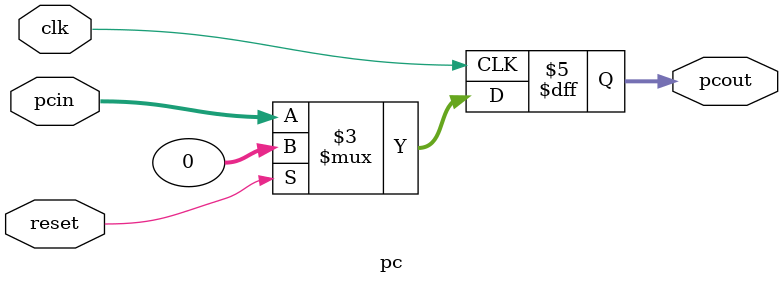
<source format=v>

module pc(pcout, clk, pcin, reset );
    input clk , reset;
    input [31:0] pcin ;
    output  reg [31:0]  pcout;
    //initial begin pcout1=0; end
    always @(posedge clk) begin
        if(reset)
            pcout = 0 ;
        else
            pcout = pcin ;
    end
endmodule

</source>
